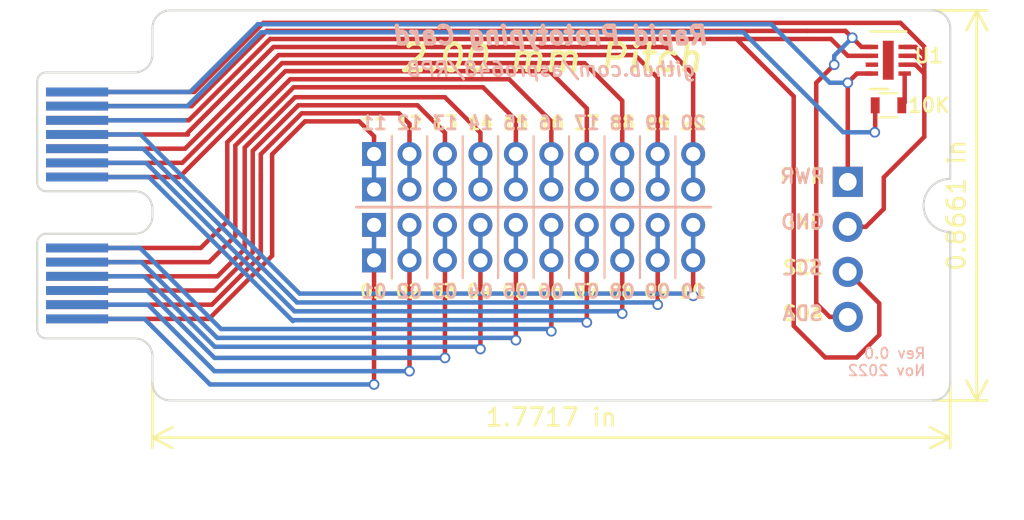
<source format=kicad_pcb>
(kicad_pcb (version 20171130) (host pcbnew "(5.1.10)-1")

  (general
    (thickness 1.6)
    (drawings 18)
    (tracks 216)
    (zones 0)
    (modules 8)
    (nets 27)
  )

  (page A)
  (title_block
    (title "Beetje 32U4 Blok")
    (date 2018-08-10)
    (rev 0.0)
    (company www.MakersBox.us)
    (comment 1 648.ken@gmail.com)
  )

  (layers
    (0 F.Cu signal)
    (31 B.Cu signal)
    (32 B.Adhes user)
    (33 F.Adhes user)
    (34 B.Paste user)
    (35 F.Paste user)
    (36 B.SilkS user)
    (37 F.SilkS user)
    (38 B.Mask user)
    (39 F.Mask user)
    (40 Dwgs.User user)
    (41 Cmts.User user)
    (42 Eco1.User user)
    (43 Eco2.User user)
    (44 Edge.Cuts user)
    (45 Margin user)
    (46 B.CrtYd user hide)
    (47 F.CrtYd user)
    (48 B.Fab user hide)
    (49 F.Fab user)
  )

  (setup
    (last_trace_width 0.254)
    (user_trace_width 0.3048)
    (user_trace_width 0.3556)
    (user_trace_width 0.4064)
    (user_trace_width 0.6096)
    (trace_clearance 0.2)
    (zone_clearance 0.35)
    (zone_45_only no)
    (trace_min 0.2)
    (via_size 0.6)
    (via_drill 0.4)
    (via_min_size 0.4)
    (via_min_drill 0.3)
    (uvia_size 0.3)
    (uvia_drill 0.1)
    (uvias_allowed no)
    (uvia_min_size 0.2)
    (uvia_min_drill 0.1)
    (edge_width 0.15)
    (segment_width 0.2)
    (pcb_text_width 0.3)
    (pcb_text_size 1.5 1.5)
    (mod_edge_width 0.15)
    (mod_text_size 1 1)
    (mod_text_width 0.15)
    (pad_size 0.5 3.500001)
    (pad_drill 0)
    (pad_to_mask_clearance 0)
    (aux_axis_origin 0 0)
    (visible_elements 7FFFFFFF)
    (pcbplotparams
      (layerselection 0x010f0_80000001)
      (usegerberextensions false)
      (usegerberattributes true)
      (usegerberadvancedattributes true)
      (creategerberjobfile true)
      (excludeedgelayer true)
      (linewidth 0.100000)
      (plotframeref false)
      (viasonmask false)
      (mode 1)
      (useauxorigin false)
      (hpglpennumber 1)
      (hpglpenspeed 20)
      (hpglpendiameter 15.000000)
      (psnegative false)
      (psa4output false)
      (plotreference true)
      (plotvalue true)
      (plotinvisibletext false)
      (padsonsilk false)
      (subtractmaskfromsilk false)
      (outputformat 1)
      (mirror false)
      (drillshape 0)
      (scaleselection 1)
      (outputdirectory "gerbers/"))
  )

  (net 0 "")
  (net 1 /10)
  (net 2 /01)
  (net 3 /02)
  (net 4 /04)
  (net 5 /05)
  (net 6 /06)
  (net 7 /07)
  (net 8 /08)
  (net 9 /09)
  (net 10 /11)
  (net 11 /12)
  (net 12 /13)
  (net 13 /14)
  (net 14 /15)
  (net 15 /16)
  (net 16 /17)
  (net 17 /18)
  (net 18 /19)
  (net 19 /20)
  (net 20 /03)
  (net 21 /D2_SDA)
  (net 22 GND)
  (net 23 /D3_SCL)
  (net 24 +5V)
  (net 25 "Net-(R1-Pad1)")
  (net 26 /A)

  (net_class Default "This is the default net class."
    (clearance 0.2)
    (trace_width 0.254)
    (via_dia 0.6)
    (via_drill 0.4)
    (uvia_dia 0.3)
    (uvia_drill 0.1)
    (add_net +5V)
    (add_net /01)
    (add_net /02)
    (add_net /03)
    (add_net /04)
    (add_net /05)
    (add_net /06)
    (add_net /07)
    (add_net /08)
    (add_net /09)
    (add_net /10)
    (add_net /11)
    (add_net /12)
    (add_net /13)
    (add_net /14)
    (add_net /15)
    (add_net /16)
    (add_net /17)
    (add_net /18)
    (add_net /19)
    (add_net /20)
    (add_net /A)
    (add_net /D2_SDA)
    (add_net /D3_SCL)
    (add_net GND)
    (add_net "Net-(R1-Pad1)")
  )

  (module footprints:PinHeader_1x10_P2.00mm_Vertical (layer F.Cu) (tedit 63819D6C) (tstamp 6381A562)
    (at 19 -7 90)
    (descr "Through hole straight pin header, 1x10, 2.00mm pitch, single row")
    (tags "Through hole pin header THT 1x10 2.00mm single row")
    (path /63828BB9)
    (fp_text reference J2 (at 0 -2.06 90) (layer F.SilkS) hide
      (effects (font (size 1 1) (thickness 0.15)))
    )
    (fp_text value Conn_01x10 (at 0 20.06 90) (layer F.Fab)
      (effects (font (size 1 1) (thickness 0.15)))
    )
    (fp_line (start -1 1) (end 1 1) (layer B.SilkS) (width 0.12))
    (fp_line (start -1 3) (end 1 3) (layer B.SilkS) (width 0.12))
    (fp_line (start -1 5) (end 1 5) (layer B.SilkS) (width 0.12))
    (fp_line (start -1 7) (end 1 7) (layer B.SilkS) (width 0.12))
    (fp_line (start -1 9) (end 1 9) (layer B.SilkS) (width 0.12))
    (fp_line (start -1 11) (end 1 11) (layer B.SilkS) (width 0.12))
    (fp_line (start -1 13) (end 1 13) (layer B.SilkS) (width 0.12))
    (fp_line (start -1 15) (end 1 15) (layer B.SilkS) (width 0.12))
    (fp_line (start -1 17) (end 1 17) (layer B.SilkS) (width 0.12))
    (fp_line (start -1 17) (end 1 17) (layer F.SilkS) (width 0.12))
    (fp_line (start -1 15) (end 1 15) (layer F.SilkS) (width 0.12))
    (fp_line (start -1 13) (end 1 13) (layer F.SilkS) (width 0.12))
    (fp_line (start -1 11) (end 1 11) (layer F.SilkS) (width 0.12))
    (fp_line (start -1 9) (end 1 9) (layer F.SilkS) (width 0.12))
    (fp_line (start -1 7) (end 1 7) (layer F.SilkS) (width 0.12))
    (fp_line (start -1 5) (end 1 5) (layer F.SilkS) (width 0.12))
    (fp_line (start -1 3) (end 1 3) (layer F.SilkS) (width 0.12))
    (fp_line (start -0.5 -1) (end 1 -1) (layer F.Fab) (width 0.1))
    (fp_line (start 1 -1) (end 1 19) (layer F.Fab) (width 0.1))
    (fp_line (start 1 19) (end -1 19) (layer F.Fab) (width 0.1))
    (fp_line (start -1 19) (end -1 -0.5) (layer F.Fab) (width 0.1))
    (fp_line (start -1 -0.5) (end -0.5 -1) (layer F.Fab) (width 0.1))
    (fp_line (start -1.06 1) (end 1.06 1) (layer F.SilkS) (width 0.12))
    (fp_line (start -1.5 -1.5) (end -1.5 19.5) (layer F.CrtYd) (width 0.05))
    (fp_line (start -1.5 19.5) (end 1.5 19.5) (layer F.CrtYd) (width 0.05))
    (fp_line (start 1.5 19.5) (end 1.5 -1.5) (layer F.CrtYd) (width 0.05))
    (fp_line (start 1.5 -1.5) (end -1.5 -1.5) (layer F.CrtYd) (width 0.05))
    (fp_text user %R (at 0 9 180) (layer F.Fab)
      (effects (font (size 1 1) (thickness 0.15)))
    )
    (pad 1 thru_hole rect (at 0 0 90) (size 1.35 1.35) (drill 0.8) (layers *.Cu *.Mask)
      (net 2 /01))
    (pad 2 thru_hole oval (at 0 2 90) (size 1.35 1.35) (drill 0.8) (layers *.Cu *.Mask)
      (net 3 /02))
    (pad 3 thru_hole oval (at 0 4 90) (size 1.35 1.35) (drill 0.8) (layers *.Cu *.Mask)
      (net 20 /03))
    (pad 4 thru_hole oval (at 0 6 90) (size 1.35 1.35) (drill 0.8) (layers *.Cu *.Mask)
      (net 4 /04))
    (pad 5 thru_hole oval (at 0 8 90) (size 1.35 1.35) (drill 0.8) (layers *.Cu *.Mask)
      (net 5 /05))
    (pad 6 thru_hole oval (at 0 10 90) (size 1.35 1.35) (drill 0.8) (layers *.Cu *.Mask)
      (net 6 /06))
    (pad 7 thru_hole oval (at 0 12 90) (size 1.35 1.35) (drill 0.8) (layers *.Cu *.Mask)
      (net 7 /07))
    (pad 8 thru_hole oval (at 0 14 90) (size 1.35 1.35) (drill 0.8) (layers *.Cu *.Mask)
      (net 8 /08))
    (pad 9 thru_hole oval (at 0 16 90) (size 1.35 1.35) (drill 0.8) (layers *.Cu *.Mask)
      (net 9 /09))
    (pad 10 thru_hole oval (at 0 18 90) (size 1.35 1.35) (drill 0.8) (layers *.Cu *.Mask)
      (net 1 /10))
    (model ${KISYS3DMOD}/Connector_PinHeader_2.00mm.3dshapes/PinHeader_1x10_P2.00mm_Vertical.wrl
      (at (xyz 0 0 0))
      (scale (xyz 1 1 1))
      (rotate (xyz 0 0 0))
    )
  )

  (module footprints:PinHeader_1x10_P2.00mm_Vertical (layer F.Cu) (tedit 63819D6C) (tstamp 6381A582)
    (at 19 -11 90)
    (descr "Through hole straight pin header, 1x10, 2.00mm pitch, single row")
    (tags "Through hole pin header THT 1x10 2.00mm single row")
    (path /6382AC72)
    (fp_text reference J3 (at 0 -2.06 90) (layer F.SilkS) hide
      (effects (font (size 1 1) (thickness 0.15)))
    )
    (fp_text value Conn_01x10 (at 0 20.06 90) (layer F.Fab)
      (effects (font (size 1 1) (thickness 0.15)))
    )
    (fp_line (start -1 1) (end 1 1) (layer B.SilkS) (width 0.12))
    (fp_line (start -1 3) (end 1 3) (layer B.SilkS) (width 0.12))
    (fp_line (start -1 5) (end 1 5) (layer B.SilkS) (width 0.12))
    (fp_line (start -1 7) (end 1 7) (layer B.SilkS) (width 0.12))
    (fp_line (start -1 9) (end 1 9) (layer B.SilkS) (width 0.12))
    (fp_line (start -1 11) (end 1 11) (layer B.SilkS) (width 0.12))
    (fp_line (start -1 13) (end 1 13) (layer B.SilkS) (width 0.12))
    (fp_line (start -1 15) (end 1 15) (layer B.SilkS) (width 0.12))
    (fp_line (start -1 17) (end 1 17) (layer B.SilkS) (width 0.12))
    (fp_line (start -1 17) (end 1 17) (layer F.SilkS) (width 0.12))
    (fp_line (start -1 15) (end 1 15) (layer F.SilkS) (width 0.12))
    (fp_line (start -1 13) (end 1 13) (layer F.SilkS) (width 0.12))
    (fp_line (start -1 11) (end 1 11) (layer F.SilkS) (width 0.12))
    (fp_line (start -1 9) (end 1 9) (layer F.SilkS) (width 0.12))
    (fp_line (start -1 7) (end 1 7) (layer F.SilkS) (width 0.12))
    (fp_line (start -1 5) (end 1 5) (layer F.SilkS) (width 0.12))
    (fp_line (start -1 3) (end 1 3) (layer F.SilkS) (width 0.12))
    (fp_line (start -0.5 -1) (end 1 -1) (layer F.Fab) (width 0.1))
    (fp_line (start 1 -1) (end 1 19) (layer F.Fab) (width 0.1))
    (fp_line (start 1 19) (end -1 19) (layer F.Fab) (width 0.1))
    (fp_line (start -1 19) (end -1 -0.5) (layer F.Fab) (width 0.1))
    (fp_line (start -1 -0.5) (end -0.5 -1) (layer F.Fab) (width 0.1))
    (fp_line (start -1.06 1) (end 1.06 1) (layer F.SilkS) (width 0.12))
    (fp_line (start -1.5 -1.5) (end -1.5 19.5) (layer F.CrtYd) (width 0.05))
    (fp_line (start -1.5 19.5) (end 1.5 19.5) (layer F.CrtYd) (width 0.05))
    (fp_line (start 1.5 19.5) (end 1.5 -1.5) (layer F.CrtYd) (width 0.05))
    (fp_line (start 1.5 -1.5) (end -1.5 -1.5) (layer F.CrtYd) (width 0.05))
    (fp_text user %R (at 0 9 180) (layer F.Fab)
      (effects (font (size 1 1) (thickness 0.15)))
    )
    (pad 1 thru_hole rect (at 0 0 90) (size 1.35 1.35) (drill 0.8) (layers *.Cu *.Mask)
      (net 10 /11))
    (pad 2 thru_hole oval (at 0 2 90) (size 1.35 1.35) (drill 0.8) (layers *.Cu *.Mask)
      (net 11 /12))
    (pad 3 thru_hole oval (at 0 4 90) (size 1.35 1.35) (drill 0.8) (layers *.Cu *.Mask)
      (net 12 /13))
    (pad 4 thru_hole oval (at 0 6 90) (size 1.35 1.35) (drill 0.8) (layers *.Cu *.Mask)
      (net 13 /14))
    (pad 5 thru_hole oval (at 0 8 90) (size 1.35 1.35) (drill 0.8) (layers *.Cu *.Mask)
      (net 14 /15))
    (pad 6 thru_hole oval (at 0 10 90) (size 1.35 1.35) (drill 0.8) (layers *.Cu *.Mask)
      (net 15 /16))
    (pad 7 thru_hole oval (at 0 12 90) (size 1.35 1.35) (drill 0.8) (layers *.Cu *.Mask)
      (net 16 /17))
    (pad 8 thru_hole oval (at 0 14 90) (size 1.35 1.35) (drill 0.8) (layers *.Cu *.Mask)
      (net 17 /18))
    (pad 9 thru_hole oval (at 0 16 90) (size 1.35 1.35) (drill 0.8) (layers *.Cu *.Mask)
      (net 18 /19))
    (pad 10 thru_hole oval (at 0 18 90) (size 1.35 1.35) (drill 0.8) (layers *.Cu *.Mask)
      (net 19 /20))
    (model ${KISYS3DMOD}/Connector_PinHeader_2.00mm.3dshapes/PinHeader_1x10_P2.00mm_Vertical.wrl
      (at (xyz 0 0 0))
      (scale (xyz 1 1 1))
      (rotate (xyz 0 0 0))
    )
  )

  (module footprints:PinHeader_1x10_P2.00mm_Vertical (layer F.Cu) (tedit 63819D6C) (tstamp 6381A5A2)
    (at 19 -9 90)
    (descr "Through hole straight pin header, 1x10, 2.00mm pitch, single row")
    (tags "Through hole pin header THT 1x10 2.00mm single row")
    (path /6382A1AF)
    (fp_text reference J4 (at 0 -2.06 90) (layer F.SilkS) hide
      (effects (font (size 1 1) (thickness 0.15)))
    )
    (fp_text value Conn_01x10 (at 0 20.06 90) (layer F.Fab)
      (effects (font (size 1 1) (thickness 0.15)))
    )
    (fp_line (start -1 1) (end 1 1) (layer B.SilkS) (width 0.12))
    (fp_line (start -1 3) (end 1 3) (layer B.SilkS) (width 0.12))
    (fp_line (start -1 5) (end 1 5) (layer B.SilkS) (width 0.12))
    (fp_line (start -1 7) (end 1 7) (layer B.SilkS) (width 0.12))
    (fp_line (start -1 9) (end 1 9) (layer B.SilkS) (width 0.12))
    (fp_line (start -1 11) (end 1 11) (layer B.SilkS) (width 0.12))
    (fp_line (start -1 13) (end 1 13) (layer B.SilkS) (width 0.12))
    (fp_line (start -1 15) (end 1 15) (layer B.SilkS) (width 0.12))
    (fp_line (start -1 17) (end 1 17) (layer B.SilkS) (width 0.12))
    (fp_line (start -1 17) (end 1 17) (layer F.SilkS) (width 0.12))
    (fp_line (start -1 15) (end 1 15) (layer F.SilkS) (width 0.12))
    (fp_line (start -1 13) (end 1 13) (layer F.SilkS) (width 0.12))
    (fp_line (start -1 11) (end 1 11) (layer F.SilkS) (width 0.12))
    (fp_line (start -1 9) (end 1 9) (layer F.SilkS) (width 0.12))
    (fp_line (start -1 7) (end 1 7) (layer F.SilkS) (width 0.12))
    (fp_line (start -1 5) (end 1 5) (layer F.SilkS) (width 0.12))
    (fp_line (start -1 3) (end 1 3) (layer F.SilkS) (width 0.12))
    (fp_line (start -0.5 -1) (end 1 -1) (layer F.Fab) (width 0.1))
    (fp_line (start 1 -1) (end 1 19) (layer F.Fab) (width 0.1))
    (fp_line (start 1 19) (end -1 19) (layer F.Fab) (width 0.1))
    (fp_line (start -1 19) (end -1 -0.5) (layer F.Fab) (width 0.1))
    (fp_line (start -1 -0.5) (end -0.5 -1) (layer F.Fab) (width 0.1))
    (fp_line (start -1.06 1) (end 1.06 1) (layer F.SilkS) (width 0.12))
    (fp_line (start -1.5 -1.5) (end -1.5 19.5) (layer F.CrtYd) (width 0.05))
    (fp_line (start -1.5 19.5) (end 1.5 19.5) (layer F.CrtYd) (width 0.05))
    (fp_line (start 1.5 19.5) (end 1.5 -1.5) (layer F.CrtYd) (width 0.05))
    (fp_line (start 1.5 -1.5) (end -1.5 -1.5) (layer F.CrtYd) (width 0.05))
    (fp_text user %R (at 0 9 180) (layer F.Fab)
      (effects (font (size 1 1) (thickness 0.15)))
    )
    (pad 1 thru_hole rect (at 0 0 90) (size 1.35 1.35) (drill 0.8) (layers *.Cu *.Mask)
      (net 2 /01))
    (pad 2 thru_hole oval (at 0 2 90) (size 1.35 1.35) (drill 0.8) (layers *.Cu *.Mask)
      (net 3 /02))
    (pad 3 thru_hole oval (at 0 4 90) (size 1.35 1.35) (drill 0.8) (layers *.Cu *.Mask)
      (net 20 /03))
    (pad 4 thru_hole oval (at 0 6 90) (size 1.35 1.35) (drill 0.8) (layers *.Cu *.Mask)
      (net 4 /04))
    (pad 5 thru_hole oval (at 0 8 90) (size 1.35 1.35) (drill 0.8) (layers *.Cu *.Mask)
      (net 5 /05))
    (pad 6 thru_hole oval (at 0 10 90) (size 1.35 1.35) (drill 0.8) (layers *.Cu *.Mask)
      (net 6 /06))
    (pad 7 thru_hole oval (at 0 12 90) (size 1.35 1.35) (drill 0.8) (layers *.Cu *.Mask)
      (net 7 /07))
    (pad 8 thru_hole oval (at 0 14 90) (size 1.35 1.35) (drill 0.8) (layers *.Cu *.Mask)
      (net 8 /08))
    (pad 9 thru_hole oval (at 0 16 90) (size 1.35 1.35) (drill 0.8) (layers *.Cu *.Mask)
      (net 9 /09))
    (pad 10 thru_hole oval (at 0 18 90) (size 1.35 1.35) (drill 0.8) (layers *.Cu *.Mask)
      (net 1 /10))
    (model ${KISYS3DMOD}/Connector_PinHeader_2.00mm.3dshapes/PinHeader_1x10_P2.00mm_Vertical.wrl
      (at (xyz 0 0 0))
      (scale (xyz 1 1 1))
      (rotate (xyz 0 0 0))
    )
  )

  (module footprints:PinHeader_1x10_P2.00mm_Vertical (layer F.Cu) (tedit 63819D6C) (tstamp 6381A5C2)
    (at 19 -13 90)
    (descr "Through hole straight pin header, 1x10, 2.00mm pitch, single row")
    (tags "Through hole pin header THT 1x10 2.00mm single row")
    (path /63831BDF)
    (fp_text reference J5 (at 0 -2.06 90) (layer F.SilkS) hide
      (effects (font (size 1 1) (thickness 0.15)))
    )
    (fp_text value Conn_01x10 (at 0 20.06 90) (layer F.Fab)
      (effects (font (size 1 1) (thickness 0.15)))
    )
    (fp_line (start -1 1) (end 1 1) (layer B.SilkS) (width 0.12))
    (fp_line (start -1 3) (end 1 3) (layer B.SilkS) (width 0.12))
    (fp_line (start -1 5) (end 1 5) (layer B.SilkS) (width 0.12))
    (fp_line (start -1 7) (end 1 7) (layer B.SilkS) (width 0.12))
    (fp_line (start -1 9) (end 1 9) (layer B.SilkS) (width 0.12))
    (fp_line (start -1 11) (end 1 11) (layer B.SilkS) (width 0.12))
    (fp_line (start -1 13) (end 1 13) (layer B.SilkS) (width 0.12))
    (fp_line (start -1 15) (end 1 15) (layer B.SilkS) (width 0.12))
    (fp_line (start -1 17) (end 1 17) (layer B.SilkS) (width 0.12))
    (fp_line (start -1 17) (end 1 17) (layer F.SilkS) (width 0.12))
    (fp_line (start -1 15) (end 1 15) (layer F.SilkS) (width 0.12))
    (fp_line (start -1 13) (end 1 13) (layer F.SilkS) (width 0.12))
    (fp_line (start -1 11) (end 1 11) (layer F.SilkS) (width 0.12))
    (fp_line (start -1 9) (end 1 9) (layer F.SilkS) (width 0.12))
    (fp_line (start -1 7) (end 1 7) (layer F.SilkS) (width 0.12))
    (fp_line (start -1 5) (end 1 5) (layer F.SilkS) (width 0.12))
    (fp_line (start -1 3) (end 1 3) (layer F.SilkS) (width 0.12))
    (fp_line (start -0.5 -1) (end 1 -1) (layer F.Fab) (width 0.1))
    (fp_line (start 1 -1) (end 1 19) (layer F.Fab) (width 0.1))
    (fp_line (start 1 19) (end -1 19) (layer F.Fab) (width 0.1))
    (fp_line (start -1 19) (end -1 -0.5) (layer F.Fab) (width 0.1))
    (fp_line (start -1 -0.5) (end -0.5 -1) (layer F.Fab) (width 0.1))
    (fp_line (start -1.06 1) (end 1.06 1) (layer F.SilkS) (width 0.12))
    (fp_line (start -1.5 -1.5) (end -1.5 19.5) (layer F.CrtYd) (width 0.05))
    (fp_line (start -1.5 19.5) (end 1.5 19.5) (layer F.CrtYd) (width 0.05))
    (fp_line (start 1.5 19.5) (end 1.5 -1.5) (layer F.CrtYd) (width 0.05))
    (fp_line (start 1.5 -1.5) (end -1.5 -1.5) (layer F.CrtYd) (width 0.05))
    (fp_text user %R (at 0 9 180) (layer F.Fab)
      (effects (font (size 1 1) (thickness 0.15)))
    )
    (pad 1 thru_hole rect (at 0 0 90) (size 1.35 1.35) (drill 0.8) (layers *.Cu *.Mask)
      (net 10 /11))
    (pad 2 thru_hole oval (at 0 2 90) (size 1.35 1.35) (drill 0.8) (layers *.Cu *.Mask)
      (net 11 /12))
    (pad 3 thru_hole oval (at 0 4 90) (size 1.35 1.35) (drill 0.8) (layers *.Cu *.Mask)
      (net 12 /13))
    (pad 4 thru_hole oval (at 0 6 90) (size 1.35 1.35) (drill 0.8) (layers *.Cu *.Mask)
      (net 13 /14))
    (pad 5 thru_hole oval (at 0 8 90) (size 1.35 1.35) (drill 0.8) (layers *.Cu *.Mask)
      (net 14 /15))
    (pad 6 thru_hole oval (at 0 10 90) (size 1.35 1.35) (drill 0.8) (layers *.Cu *.Mask)
      (net 15 /16))
    (pad 7 thru_hole oval (at 0 12 90) (size 1.35 1.35) (drill 0.8) (layers *.Cu *.Mask)
      (net 16 /17))
    (pad 8 thru_hole oval (at 0 14 90) (size 1.35 1.35) (drill 0.8) (layers *.Cu *.Mask)
      (net 17 /18))
    (pad 9 thru_hole oval (at 0 16 90) (size 1.35 1.35) (drill 0.8) (layers *.Cu *.Mask)
      (net 18 /19))
    (pad 10 thru_hole oval (at 0 18 90) (size 1.35 1.35) (drill 0.8) (layers *.Cu *.Mask)
      (net 19 /20))
    (model ${KISYS3DMOD}/Connector_PinHeader_2.00mm.3dshapes/PinHeader_1x10_P2.00mm_Vertical.wrl
      (at (xyz 0 0 0))
      (scale (xyz 1 1 1))
      (rotate (xyz 0 0 0))
    )
  )

  (module Connector_PinHeader_2.54mm:PinHeader_1x04_P2.54mm_Vertical (layer F.Cu) (tedit 63801DD5) (tstamp 63801BBF)
    (at 45.72 -11.43)
    (descr "Through hole straight pin header, 1x04, 2.54mm pitch, single row")
    (tags "Through hole pin header THT 1x04 2.54mm single row")
    (path /6387A405)
    (fp_text reference J1 (at 0 -2.33) (layer F.Fab)
      (effects (font (size 1 1) (thickness 0.15)))
    )
    (fp_text value Conn_01x04 (at 0 9.95) (layer F.Fab)
      (effects (font (size 1 1) (thickness 0.15)))
    )
    (fp_line (start -0.635 -1.27) (end 1.27 -1.27) (layer F.Fab) (width 0.1))
    (fp_line (start 1.27 -1.27) (end 1.27 8.89) (layer F.Fab) (width 0.1))
    (fp_line (start 1.27 8.89) (end -1.27 8.89) (layer F.Fab) (width 0.1))
    (fp_line (start -1.27 8.89) (end -1.27 -0.635) (layer F.Fab) (width 0.1))
    (fp_line (start -1.27 -0.635) (end -0.635 -1.27) (layer F.Fab) (width 0.1))
    (fp_line (start -1.8 -1.8) (end -1.8 9.4) (layer F.CrtYd) (width 0.05))
    (fp_line (start -1.8 9.4) (end 1.8 9.4) (layer F.CrtYd) (width 0.05))
    (fp_line (start 1.8 9.4) (end 1.8 -1.8) (layer F.CrtYd) (width 0.05))
    (fp_line (start 1.8 -1.8) (end -1.8 -1.8) (layer F.CrtYd) (width 0.05))
    (fp_text user %R (at 0 3.81 90) (layer F.Fab)
      (effects (font (size 1 1) (thickness 0.15)))
    )
    (pad 1 thru_hole rect (at 0 0) (size 1.7 1.7) (drill 1) (layers *.Cu *.Mask)
      (net 24 +5V))
    (pad 2 thru_hole oval (at 0 2.54) (size 1.7 1.7) (drill 1) (layers *.Cu *.Mask)
      (net 22 GND))
    (pad 3 thru_hole oval (at 0 5.08) (size 1.7 1.7) (drill 1) (layers *.Cu *.Mask)
      (net 23 /D3_SCL))
    (pad 4 thru_hole oval (at 0 7.62) (size 1.7 1.7) (drill 1) (layers *.Cu *.Mask)
      (net 21 /D2_SDA))
    (model ${KISYS3DMOD}/Connector_PinHeader_2.54mm.3dshapes/PinHeader_1x04_P2.54mm_Vertical.wrl
      (at (xyz 0 0 0))
      (scale (xyz 1 1 1))
      (rotate (xyz 0 0 0))
    )
  )

  (module footprints:MEC8-113-CARD_2 locked (layer F.Cu) (tedit 637EA67F) (tstamp 637F23C1)
    (at 0 -0.1 90)
    (path /63771AB0)
    (fp_text reference X0 (at 4.375 -1.25 90) (layer F.Fab)
      (effects (font (size 1 1) (thickness 0.15)))
    )
    (fp_text value "Card Edge" (at 10.9 -1 90) (layer F.Fab)
      (effects (font (size 1 1) (thickness 0.15)))
    )
    (fp_line (start 21 50.5) (end 21 47.5) (layer Edge.Cuts) (width 0.12))
    (fp_line (start 19 51.5) (end 20 51.5) (layer Edge.Cuts) (width 0.12))
    (fp_line (start 0 51.5) (end 1 51.5) (layer Edge.Cuts) (width 0.12))
    (fp_line (start -1 50.5) (end -1 47.5) (layer Edge.Cuts) (width 0.12))
    (fp_line (start 19 6.5) (end 20 6.5) (layer Edge.Cuts) (width 0.12))
    (fp_line (start 0 6.5) (end 1 6.5) (layer Edge.Cuts) (width 0.12))
    (fp_line (start 17 0) (end 11.3 0) (layer Edge.Cuts) (width 0.12))
    (fp_line (start 3 0) (end 7.9 0) (layer Edge.Cuts) (width 0.12))
    (fp_line (start 9.4 6.5) (end 9.8 6.5) (layer Edge.Cuts) (width 0.12))
    (fp_line (start 10.8 5.5) (end 10.8 0.5) (layer Edge.Cuts) (width 0.12))
    (fp_line (start 8.4 0.5) (end 8.4 5.5) (layer Edge.Cuts) (width 0.12))
    (fp_line (start 2.5 0.5) (end 2.5 5.5) (layer Edge.Cuts) (width 0.12))
    (fp_line (start 17.5 0.5) (end 17.5 5.5) (layer Edge.Cuts) (width 0.12))
    (fp_line (start 18.5 6.5) (end 19 6.5) (layer Edge.Cuts) (width 0.12))
    (fp_line (start 1 6.5) (end 1.5 6.5) (layer Edge.Cuts) (width 0.12))
    (fp_line (start 10 11.5) (end 10 48.5) (layer Dwgs.User) (width 0.12))
    (fp_line (start 8.5 51.5) (end 1 51.5) (layer Edge.Cuts) (width 0.12))
    (fp_line (start 11.5 51.5) (end 19 51.5) (layer Edge.Cuts) (width 0.12))
    (fp_line (start 21 7.5) (end 21 47.5) (layer Edge.Cuts) (width 0.12))
    (fp_line (start -1 47.5) (end -1 7.5) (layer Edge.Cuts) (width 0.12))
    (fp_arc (start 10 51.5) (end 11.5 51.5) (angle -180) (layer Edge.Cuts) (width 0.12))
    (fp_arc (start 20 50.5) (end 20 51.5) (angle -90) (layer Edge.Cuts) (width 0.12))
    (fp_arc (start 0 50.5) (end -1 50.5) (angle -90) (layer Edge.Cuts) (width 0.12))
    (fp_arc (start 0 7.5) (end 0 6.5) (angle -90) (layer Edge.Cuts) (width 0.12))
    (fp_arc (start 20 7.5) (end 21 7.5) (angle -90) (layer Edge.Cuts) (width 0.12))
    (fp_arc (start 18.5 5.5) (end 17.5 5.5) (angle -90) (layer Edge.Cuts) (width 0.12))
    (fp_arc (start 1.5 5.5) (end 1.5 6.5) (angle -90) (layer Edge.Cuts) (width 0.12))
    (fp_arc (start 9.4 5.5) (end 8.4 5.5) (angle -90) (layer Edge.Cuts) (width 0.12))
    (fp_arc (start 9.8 5.5) (end 9.8 6.5) (angle -90) (layer Edge.Cuts) (width 0.12))
    (fp_arc (start 7.9 0.5) (end 8.4 0.5) (angle -90) (layer Edge.Cuts) (width 0.12))
    (fp_arc (start 11.3 0.5) (end 11.3 0) (angle -90) (layer Edge.Cuts) (width 0.12))
    (fp_arc (start 17 0.5) (end 17.5 0.5) (angle -90) (layer Edge.Cuts) (width 0.12))
    (fp_arc (start 3 0.5) (end 3 0) (angle -90) (layer Edge.Cuts) (width 0.12))
    (fp_arc (start 10 51.5) (end 13.5 51.5) (angle -180) (layer Dwgs.User) (width 0.12))
    (pad 14 smd rect (at 3.6 2.25 90) (size 0.5 3.5) (layers F.Cu F.Paste F.Mask)
      (net 10 /11))
    (pad 1 smd rect (at 3.6 2.25 90) (size 0.5 3.5) (layers B.Cu B.Paste B.Mask)
      (net 2 /01))
    (pad 15 smd rect (at 4.4 2.25 90) (size 0.5 3.5) (layers F.Cu F.Paste F.Mask)
      (net 11 /12))
    (pad 2 smd rect (at 4.4 2.25 90) (size 0.5 3.5) (layers B.Cu B.Paste B.Mask)
      (net 3 /02))
    (pad 16 smd rect (at 5.2 2.25 90) (size 0.5 3.5) (layers F.Cu F.Paste F.Mask)
      (net 12 /13))
    (pad 3 smd rect (at 5.2 2.25 90) (size 0.5 3.5) (layers B.Cu B.Paste B.Mask)
      (net 20 /03))
    (pad 17 smd rect (at 6 2.25 90) (size 0.5 3.5) (layers F.Cu F.Paste F.Mask)
      (net 13 /14))
    (pad 4 smd rect (at 6 2.25 90) (size 0.5 3.5) (layers B.Cu B.Paste B.Mask)
      (net 4 /04))
    (pad 18 smd rect (at 6.8 2.25 90) (size 0.5 3.5) (layers F.Cu F.Paste F.Mask)
      (net 14 /15))
    (pad 5 smd rect (at 6.8 2.25 90) (size 0.5 3.5) (layers B.Cu B.Paste B.Mask)
      (net 5 /05))
    (pad 19 smd rect (at 7.6 2.25 90) (size 0.5 3.5) (layers F.Cu F.Paste F.Mask)
      (net 15 /16))
    (pad 6 smd rect (at 7.6 2.25 90) (size 0.5 3.5) (layers B.Cu B.Paste B.Mask)
      (net 6 /06))
    (pad 20 smd rect (at 11.6 2.25 90) (size 0.5 3.5) (layers F.Cu F.Paste F.Mask)
      (net 16 /17))
    (pad 7 smd rect (at 11.6 2.25 90) (size 0.5 3.5) (layers B.Cu B.Paste B.Mask)
      (net 7 /07))
    (pad 21 smd rect (at 12.4 2.25 90) (size 0.5 3.5) (layers F.Cu F.Paste F.Mask)
      (net 17 /18))
    (pad 8 smd rect (at 12.4 2.25 90) (size 0.5 3.5) (layers B.Cu B.Paste B.Mask)
      (net 8 /08))
    (pad 22 smd rect (at 13.2 2.25 90) (size 0.5 3.5) (layers F.Cu F.Paste F.Mask)
      (net 18 /19))
    (pad 9 smd rect (at 13.2 2.25 90) (size 0.5 3.5) (layers B.Cu B.Paste B.Mask)
      (net 9 /09))
    (pad 23 smd rect (at 14 2.25 90) (size 0.5 3.5) (layers F.Cu F.Paste F.Mask)
      (net 19 /20))
    (pad 10 smd rect (at 14 2.25 90) (size 0.5 3.5) (layers B.Cu B.Paste B.Mask)
      (net 1 /10))
    (pad 24 smd rect (at 14.8 2.25 90) (size 0.5 3.5) (layers F.Cu F.Paste F.Mask)
      (net 23 /D3_SCL))
    (pad 11 smd rect (at 14.8 2.25 90) (size 0.5 3.5) (layers B.Cu B.Paste B.Mask))
    (pad 25 smd rect (at 15.6 2.25 90) (size 0.5 3.5) (layers F.Cu F.Paste F.Mask)
      (net 21 /D2_SDA))
    (pad 12 smd rect (at 15.6 2.25 90) (size 0.5 3.5) (layers B.Cu B.Paste B.Mask)
      (net 26 /A))
    (pad 26 smd rect (at 16.4 2.25 90) (size 0.5 3.5) (layers F.Cu F.Paste F.Mask)
      (net 22 GND))
    (pad 13 smd rect (at 16.4 2.25 90) (size 0.5 3.5) (layers B.Cu B.Paste B.Mask)
      (net 24 +5V))
  )

  (module footprints:R_0603 (layer F.Cu) (tedit 636E7A48) (tstamp 637F4069)
    (at 48.018 -15.748 180)
    (descr "Resistor SMD 0603, reflow soldering, Vishay (see dcrcw.pdf)")
    (tags "resistor 0603")
    (path /63EABA42)
    (attr smd)
    (fp_text reference R1 (at 1.905 0 180) (layer Dwgs.User)
      (effects (font (size 1 1) (thickness 0.15)))
    )
    (fp_text value 10K (at -2.274 0 180) (layer F.SilkS)
      (effects (font (size 0.8 0.8) (thickness 0.15)))
    )
    (fp_line (start -0.8 0.4) (end -0.8 -0.4) (layer F.Fab) (width 0.1))
    (fp_line (start 0.8 0.4) (end -0.8 0.4) (layer F.Fab) (width 0.1))
    (fp_line (start 0.8 -0.4) (end 0.8 0.4) (layer F.Fab) (width 0.1))
    (fp_line (start -0.8 -0.4) (end 0.8 -0.4) (layer F.Fab) (width 0.1))
    (fp_line (start 0.5 0.68) (end -0.5 0.68) (layer F.SilkS) (width 0.12))
    (fp_line (start -0.5 -0.68) (end 0.5 -0.68) (layer F.SilkS) (width 0.12))
    (fp_line (start -1.25 -0.7) (end 1.25 -0.7) (layer F.CrtYd) (width 0.05))
    (fp_line (start -1.25 -0.7) (end -1.25 0.7) (layer F.CrtYd) (width 0.05))
    (fp_line (start 1.25 0.7) (end 1.25 -0.7) (layer F.CrtYd) (width 0.05))
    (fp_line (start 1.25 0.7) (end -1.25 0.7) (layer F.CrtYd) (width 0.05))
    (fp_text user %R (at 0 0 180) (layer F.Fab)
      (effects (font (size 0.4 0.4) (thickness 0.075)))
    )
    (pad 1 smd rect (at -0.75 0 180) (size 0.5 0.9) (layers F.Cu F.Paste F.Mask)
      (net 25 "Net-(R1-Pad1)"))
    (pad 2 smd rect (at 0.75 0 180) (size 0.5 0.9) (layers F.Cu F.Paste F.Mask)
      (net 26 /A))
    (model ${KISYS3DMOD}/Resistors_SMD.3dshapes/R_0603.wrl
      (at (xyz 0 0 0))
      (scale (xyz 1 1 1))
      (rotate (xyz 0 0 0))
    )
  )

  (module Package_DFN_QFN:DFN-8-1EP_2x3mm_P0.5mm_EP0.61x2.2mm (layer F.Cu) (tedit 5EA4BD52) (tstamp 637F106D)
    (at 48.006 -18.288 180)
    (descr "DDB Package; 8-Lead Plastic DFN (3mm x 2mm) (see Linear Technology DFN_8_05-08-1702.pdf)")
    (tags "DFN 0.5")
    (path /63E7C52F)
    (attr smd)
    (fp_text reference U1 (at -2.286 0.254) (layer F.SilkS)
      (effects (font (size 0.8 0.8) (thickness 0.15)))
    )
    (fp_text value 24LC32 (at 0 2.55) (layer F.Fab)
      (effects (font (size 1 1) (thickness 0.15)))
    )
    (fp_line (start 0 -1.625) (end 1 -1.625) (layer F.SilkS) (width 0.15))
    (fp_line (start -1 1.625) (end 1 1.625) (layer F.SilkS) (width 0.15))
    (fp_line (start -1.55 1.8) (end 1.55 1.8) (layer F.CrtYd) (width 0.05))
    (fp_line (start -1.55 -1.8) (end 1.55 -1.8) (layer F.CrtYd) (width 0.05))
    (fp_line (start 1.55 -1.8) (end 1.55 1.8) (layer F.CrtYd) (width 0.05))
    (fp_line (start -1.55 -1.8) (end -1.55 1.8) (layer F.CrtYd) (width 0.05))
    (fp_line (start -1 -1) (end -0.5 -1.5) (layer F.Fab) (width 0.15))
    (fp_line (start -1 1.5) (end -1 -1) (layer F.Fab) (width 0.15))
    (fp_line (start 1 1.5) (end -1 1.5) (layer F.Fab) (width 0.15))
    (fp_line (start 1 -1.5) (end 1 1.5) (layer F.Fab) (width 0.15))
    (fp_line (start -0.5 -1.5) (end 1 -1.5) (layer F.Fab) (width 0.15))
    (fp_text user %R (at 0 0 90) (layer F.Fab)
      (effects (font (size 0.5 0.5) (thickness 0.075)))
    )
    (pad 1 smd rect (at -0.925 -0.75 180) (size 0.7 0.25) (layers F.Cu F.Paste F.Mask)
      (net 25 "Net-(R1-Pad1)"))
    (pad 2 smd rect (at -0.925 -0.25 180) (size 0.7 0.25) (layers F.Cu F.Paste F.Mask)
      (net 22 GND))
    (pad 3 smd rect (at -0.925 0.25 180) (size 0.7 0.25) (layers F.Cu F.Paste F.Mask)
      (net 22 GND))
    (pad 4 smd rect (at -0.925 0.75 180) (size 0.7 0.25) (layers F.Cu F.Paste F.Mask)
      (net 22 GND))
    (pad 5 smd rect (at 0.925 0.75 180) (size 0.7 0.25) (layers F.Cu F.Paste F.Mask)
      (net 21 /D2_SDA))
    (pad 6 smd rect (at 0.925 0.25 180) (size 0.7 0.25) (layers F.Cu F.Paste F.Mask)
      (net 23 /D3_SCL))
    (pad 7 smd rect (at 0.925 -0.25 180) (size 0.7 0.25) (layers F.Cu F.Paste F.Mask))
    (pad 8 smd rect (at 0.925 -0.75 180) (size 0.7 0.25) (layers F.Cu F.Paste F.Mask)
      (net 24 +5V))
    (pad 9 smd rect (at 0 0 180) (size 0.61 2.2) (layers F.Cu F.Mask))
    (pad "" smd rect (at 0 -0.734 180) (size 0.5 0.59) (layers F.Paste))
    (pad "" smd rect (at 0 0 180) (size 0.5 0.59) (layers F.Paste))
    (pad "" smd rect (at 0 0.734 180) (size 0.5 0.59) (layers F.Paste))
    (model ${KISYS3DMOD}/Package_DFN_QFN.3dshapes/DFN-8-1EP_2x3mm_P0.5mm_EP0.61x2.2mm.wrl
      (at (xyz 0 0 0))
      (scale (xyz 1 1 1))
      (rotate (xyz 0 0 0))
    )
  )

  (gr_line (start 18 -10) (end 38 -10) (layer F.SilkS) (width 0.15))
  (gr_line (start 18 -10) (end 38 -10) (layer B.SilkS) (width 0.15))
  (gr_text "PWR\n\nGND\n\nSCL\n\nSDA" (at 43.18 -7.874) (layer B.SilkS) (tstamp 6380232D)
    (effects (font (size 0.8 0.8) (thickness 0.15)) (justify mirror))
  )
  (gr_text "PWR\n\nGND\n\nSCL\n\nSDA" (at 43.18 -7.874) (layer F.SilkS)
    (effects (font (size 0.8 0.8) (thickness 0.15)))
  )
  (dimension 38 (width 0.15) (layer Dwgs.User)
    (gr_text "38.000 mm" (at 27 4.3) (layer Dwgs.User)
      (effects (font (size 1 1) (thickness 0.15)))
    )
    (feature1 (pts (xy 46 1) (xy 46 3.586421)))
    (feature2 (pts (xy 8 1) (xy 8 3.586421)))
    (crossbar (pts (xy 8 3) (xy 46 3)))
    (arrow1a (pts (xy 46 3) (xy 44.873496 3.586421)))
    (arrow1b (pts (xy 46 3) (xy 44.873496 2.413579)))
    (arrow2a (pts (xy 8 3) (xy 9.126504 3.586421)))
    (arrow2b (pts (xy 8 3) (xy 9.126504 2.413579)))
  )
  (gr_text "20 19 18 17 16 15 14 13 12 11" (at 28 -14.75) (layer B.SilkS)
    (effects (font (size 0.75 0.75) (thickness 0.15)) (justify mirror))
  )
  (gr_text "10 09 08 07 06 05 04 03 02 01" (at 28 -5.25) (layer B.SilkS)
    (effects (font (size 0.75 0.75) (thickness 0.15)) (justify mirror))
  )
  (gr_text "01 02 03 04 05 06 07 08 09 10" (at 27.94 -5.25) (layer F.SilkS)
    (effects (font (size 0.75 0.75) (thickness 0.15)))
  )
  (gr_text "11 12 13 14 15 16 17 18 19 20" (at 28 -14.75) (layer F.SilkS)
    (effects (font (size 0.75 0.75) (thickness 0.15)))
  )
  (gr_line (start 29 -20) (end 29 0) (layer Dwgs.User) (width 0.15))
  (dimension 22.500222 (width 0.15) (layer Dwgs.User)
    (gr_text "22.500 mm" (at 17.713112 8.249848 359.7453538) (layer Dwgs.User)
      (effects (font (size 1 1) (thickness 0.15)))
    )
    (feature1 (pts (xy 29 0) (xy 28.966283 7.586276)))
    (feature2 (pts (xy 6.5 -0.1) (xy 6.466283 7.486276)))
    (crossbar (pts (xy 6.46889 6.899861) (xy 28.96889 6.999861)))
    (arrow1a (pts (xy 28.96889 6.999861) (xy 27.839791 7.581269)))
    (arrow1b (pts (xy 28.96889 6.999861) (xy 27.845004 6.408439)))
    (arrow2a (pts (xy 6.46889 6.899861) (xy 7.592776 7.491283)))
    (arrow2b (pts (xy 6.46889 6.899861) (xy 7.597989 6.318453)))
  )
  (dimension 22 (width 0.15) (layer F.SilkS)
    (gr_text "22.000 mm" (at 54.3 -10.1 90) (layer F.SilkS)
      (effects (font (size 1 1) (thickness 0.15)))
    )
    (feature1 (pts (xy 50.5 -21.1) (xy 53.586421 -21.1)))
    (feature2 (pts (xy 50.5 0.9) (xy 53.586421 0.9)))
    (crossbar (pts (xy 53 0.9) (xy 53 -21.1)))
    (arrow1a (pts (xy 53 -21.1) (xy 53.586421 -19.973496)))
    (arrow1b (pts (xy 53 -21.1) (xy 52.413579 -19.973496)))
    (arrow2a (pts (xy 53 0.9) (xy 53.586421 -0.226504)))
    (arrow2b (pts (xy 53 0.9) (xy 52.413579 -0.226504)))
  )
  (dimension 45 (width 0.15) (layer F.SilkS)
    (gr_text "45.000 mm" (at 29 4.3) (layer F.SilkS)
      (effects (font (size 1 1) (thickness 0.15)))
    )
    (feature1 (pts (xy 51.5 -0.1) (xy 51.5 3.586421)))
    (feature2 (pts (xy 6.5 -0.1) (xy 6.5 3.586421)))
    (crossbar (pts (xy 6.5 3) (xy 51.5 3)))
    (arrow1a (pts (xy 51.5 3) (xy 50.373496 3.586421)))
    (arrow1b (pts (xy 51.5 3) (xy 50.373496 2.413579)))
    (arrow2a (pts (xy 6.5 3) (xy 7.626504 3.586421)))
    (arrow2b (pts (xy 6.5 3) (xy 7.626504 2.413579)))
  )
  (gr_text "Rev 0.0\nNov 2022" (at 50.165 -1.27) (layer B.SilkS)
    (effects (font (size 0.6 0.6) (thickness 0.1)) (justify left mirror))
  )
  (gr_text github.com/aspro648/RPB (at 29 -17.78) (layer B.SilkS)
    (effects (font (size 0.8 0.8) (thickness 0.15) italic) (justify mirror))
  )
  (gr_line (start 9.75 -19.5) (end 9.75 -0.5) (layer Dwgs.User) (width 0.1))
  (gr_text "2.00 mm Pitch" (at 29 -18.415) (layer F.SilkS)
    (effects (font (size 1.5 1.5) (thickness 0.25) italic))
  )
  (gr_text "Rapid Prototyping Card" (at 29 -19.685) (layer B.SilkS)
    (effects (font (size 1 1) (thickness 0.25) italic) (justify mirror))
  )

  (segment (start 2.25 -14.9) (end 8.310132 -14.9) (width 0.254) (layer B.Cu) (net 0) (status 10))
  (segment (start 2.25 -14.1) (end 5.826198 -14.1) (width 0.254) (layer B.Cu) (net 1) (status 10))
  (via (at 37 -5) (size 0.6) (drill 0.4) (layers F.Cu B.Cu) (net 1))
  (segment (start 36.872999 -5.127001) (end 37 -5) (width 0.254) (layer B.Cu) (net 1))
  (segment (start 14.799197 -5.127001) (end 36.872999 -5.127001) (width 0.254) (layer B.Cu) (net 1))
  (segment (start 5.826198 -14.1) (end 14.799197 -5.127001) (width 0.254) (layer B.Cu) (net 1))
  (segment (start 37 -5) (end 37 -7) (width 0.254) (layer F.Cu) (net 1) (status 20))
  (segment (start 37 -9) (end 37 -7) (width 0.254) (layer B.Cu) (net 1) (status 30))
  (segment (start 2.25 -3.7) (end 6.05 -3.7) (width 0.254) (layer B.Cu) (net 2) (status 10))
  (via (at 19 0) (size 0.6) (drill 0.4) (layers F.Cu B.Cu) (net 2))
  (segment (start 9.75 0) (end 19 0) (width 0.254) (layer B.Cu) (net 2))
  (segment (start 6.05 -3.7) (end 9.75 0) (width 0.254) (layer B.Cu) (net 2))
  (segment (start 19 0) (end 19 -7) (width 0.254) (layer F.Cu) (net 2) (status 20))
  (segment (start 19 -9) (end 19 -7) (width 0.254) (layer B.Cu) (net 2) (status 30))
  (segment (start 2.25 -4.5) (end 6.25 -4.5) (width 0.254) (layer B.Cu) (net 3) (status 10))
  (via (at 21 -0.75) (size 0.6) (drill 0.4) (layers F.Cu B.Cu) (net 3))
  (segment (start 10 -0.75) (end 21 -0.75) (width 0.254) (layer B.Cu) (net 3))
  (segment (start 6.25 -4.5) (end 10 -0.75) (width 0.254) (layer B.Cu) (net 3))
  (segment (start 21 -0.75) (end 21 -7) (width 0.254) (layer F.Cu) (net 3) (status 20))
  (segment (start 21 -9) (end 21 -7) (width 0.254) (layer B.Cu) (net 3) (status 30))
  (segment (start 2.25 -6.1) (end 6.042066 -6.1) (width 0.254) (layer B.Cu) (net 4) (status 10))
  (via (at 25 -2) (size 0.6) (drill 0.4) (layers F.Cu B.Cu) (net 4))
  (segment (start 24.872999 -2.127001) (end 25 -2) (width 0.254) (layer B.Cu) (net 4))
  (segment (start 10.015065 -2.127001) (end 24.872999 -2.127001) (width 0.254) (layer B.Cu) (net 4))
  (segment (start 6.042066 -6.1) (end 10.015065 -2.127001) (width 0.254) (layer B.Cu) (net 4))
  (segment (start 25 -2) (end 25 -7) (width 0.254) (layer F.Cu) (net 4) (status 20))
  (segment (start 25 -9) (end 25 -7) (width 0.254) (layer B.Cu) (net 4) (status 30))
  (segment (start 2.25 -6.9) (end 5.884132 -6.9) (width 0.254) (layer B.Cu) (net 5) (status 10))
  (via (at 27 -2.5) (size 0.6) (drill 0.4) (layers F.Cu B.Cu) (net 5))
  (segment (start 26.872999 -2.627001) (end 27 -2.5) (width 0.254) (layer B.Cu) (net 5))
  (segment (start 10.157131 -2.627001) (end 26.872999 -2.627001) (width 0.254) (layer B.Cu) (net 5))
  (segment (start 5.884132 -6.9) (end 10.157131 -2.627001) (width 0.254) (layer B.Cu) (net 5))
  (segment (start 27 -2.5) (end 27 -7) (width 0.254) (layer F.Cu) (net 5) (status 20))
  (segment (start 27 -9) (end 27 -7) (width 0.254) (layer B.Cu) (net 5) (status 30))
  (segment (start 2.25 -7.7) (end 5.8 -7.7) (width 0.254) (layer B.Cu) (net 6) (status 10))
  (via (at 29 -3) (size 0.6) (drill 0.4) (layers F.Cu B.Cu) (net 6))
  (segment (start 28.872999 -3.127001) (end 29 -3) (width 0.254) (layer B.Cu) (net 6))
  (segment (start 10.372999 -3.127001) (end 28.872999 -3.127001) (width 0.254) (layer B.Cu) (net 6))
  (segment (start 5.8 -7.7) (end 10.372999 -3.127001) (width 0.254) (layer B.Cu) (net 6))
  (segment (start 29 -3) (end 29 -7) (width 0.254) (layer F.Cu) (net 6) (status 20))
  (segment (start 29 -9) (end 29 -7) (width 0.254) (layer B.Cu) (net 6) (status 30))
  (segment (start 2.25 -11.7) (end 6.3 -11.7) (width 0.254) (layer B.Cu) (net 7) (status 10))
  (segment (start 6.3 -11.7) (end 14.418989 -3.581011) (width 0.254) (layer B.Cu) (net 7))
  (via (at 31 -3.5) (size 0.6) (drill 0.4) (layers F.Cu B.Cu) (net 7))
  (segment (start 30.872999 -3.627001) (end 31 -3.5) (width 0.254) (layer B.Cu) (net 7))
  (segment (start 14.464979 -3.627001) (end 30.872999 -3.627001) (width 0.254) (layer B.Cu) (net 7))
  (segment (start 14.418989 -3.581011) (end 14.464979 -3.627001) (width 0.254) (layer B.Cu) (net 7))
  (segment (start 31 -3.5) (end 31 -7) (width 0.254) (layer F.Cu) (net 7) (status 20))
  (segment (start 31 -9) (end 31 -7) (width 0.254) (layer B.Cu) (net 7) (status 30))
  (segment (start 2.25 -12.5) (end 6.142066 -12.5) (width 0.254) (layer B.Cu) (net 8) (status 10))
  (via (at 33 -4) (size 0.6) (drill 0.4) (layers F.Cu B.Cu) (net 8))
  (segment (start 32.872999 -4.127001) (end 33 -4) (width 0.254) (layer B.Cu) (net 8))
  (segment (start 14.515065 -4.127001) (end 32.872999 -4.127001) (width 0.254) (layer B.Cu) (net 8))
  (segment (start 33 -4) (end 33 -7) (width 0.254) (layer F.Cu) (net 8) (status 20))
  (segment (start 33 -9) (end 33 -7) (width 0.254) (layer B.Cu) (net 8) (status 30))
  (segment (start 6.142066 -12.5) (end 14.515065 -4.127001) (width 0.254) (layer B.Cu) (net 8))
  (segment (start 2.25 -13.3) (end 5.984132 -13.3) (width 0.254) (layer B.Cu) (net 9) (status 10))
  (via (at 35 -4.5) (size 0.6) (drill 0.4) (layers F.Cu B.Cu) (net 9))
  (segment (start 34.872999 -4.627001) (end 35 -4.5) (width 0.254) (layer B.Cu) (net 9))
  (segment (start 14.657131 -4.627001) (end 34.872999 -4.627001) (width 0.254) (layer B.Cu) (net 9))
  (segment (start 5.984132 -13.3) (end 14.657131 -4.627001) (width 0.254) (layer B.Cu) (net 9))
  (segment (start 35 -4.5) (end 35 -7) (width 0.254) (layer F.Cu) (net 9) (status 20))
  (segment (start 35 -9) (end 35 -7) (width 0.254) (layer B.Cu) (net 9) (status 30))
  (segment (start 19 -11) (end 19 -13) (width 0.254) (layer B.Cu) (net 10) (status 30))
  (segment (start 19 -14) (end 19 -13) (width 0.254) (layer F.Cu) (net 10))
  (segment (start 18.16002 -14.83998) (end 19 -14) (width 0.254) (layer F.Cu) (net 10))
  (segment (start 13.25 -12.981868) (end 15.108112 -14.83998) (width 0.254) (layer F.Cu) (net 10))
  (segment (start 13.25 -7.259799) (end 13.25 -12.981868) (width 0.254) (layer F.Cu) (net 10))
  (segment (start 15.108112 -14.83998) (end 18.16002 -14.83998) (width 0.254) (layer F.Cu) (net 10))
  (segment (start 9.690201 -3.7) (end 13.25 -7.259799) (width 0.254) (layer F.Cu) (net 10))
  (segment (start 2.25 -3.7) (end 9.690201 -3.7) (width 0.254) (layer F.Cu) (net 10))
  (segment (start 8.708 -4.5) (end 2.25 -4.5) (width 0.254) (layer F.Cu) (net 11) (status 20))
  (segment (start 9.848134 -4.5) (end 8.708 -4.5) (width 0.254) (layer F.Cu) (net 11))
  (segment (start 21 -13) (end 21 -14.69399) (width 0.254) (layer F.Cu) (net 11) (status 10))
  (segment (start 21 -14.69399) (end 20.4 -15.29399) (width 0.254) (layer F.Cu) (net 11))
  (segment (start 20.4 -15.29399) (end 14.920056 -15.29399) (width 0.254) (layer F.Cu) (net 11))
  (segment (start 12.61201 -12.985944) (end 12.61201 -11.48799) (width 0.254) (layer F.Cu) (net 11))
  (segment (start 14.920056 -15.29399) (end 12.61201 -12.985944) (width 0.254) (layer F.Cu) (net 11))
  (segment (start 12.61201 -11.85001) (end 12.61201 -11.48799) (width 0.254) (layer F.Cu) (net 11))
  (segment (start 21 -11) (end 21 -13) (width 0.254) (layer B.Cu) (net 11) (status 30))
  (segment (start 12.61201 -7.263876) (end 9.848134 -4.5) (width 0.254) (layer F.Cu) (net 11))
  (segment (start 12.61201 -11.48799) (end 12.61201 -7.263876) (width 0.254) (layer F.Cu) (net 11))
  (segment (start 10.006067 -5.3) (end 9.94 -5.3) (width 0.254) (layer F.Cu) (net 12))
  (segment (start 9.94 -5.3) (end 2.25 -5.3) (width 0.254) (layer F.Cu) (net 12) (status 20))
  (segment (start 12.158 -7.451933) (end 10.006067 -5.3) (width 0.254) (layer F.Cu) (net 12))
  (segment (start 12.158 -13.174) (end 12.158 -7.451933) (width 0.254) (layer F.Cu) (net 12))
  (segment (start 14.732 -15.748) (end 12.158 -13.174) (width 0.254) (layer F.Cu) (net 12))
  (segment (start 21.452 -15.748) (end 14.732 -15.748) (width 0.254) (layer F.Cu) (net 12))
  (segment (start 23 -14.2) (end 21.452 -15.748) (width 0.254) (layer F.Cu) (net 12))
  (segment (start 23 -13) (end 23 -14.2) (width 0.254) (layer F.Cu) (net 12) (status 10))
  (segment (start 23 -11) (end 23 -13) (width 0.254) (layer B.Cu) (net 12) (status 30))
  (segment (start 2.25 -6.1) (end 10.164 -6.1) (width 0.254) (layer F.Cu) (net 13) (status 10))
  (segment (start 11.70399 -13.362057) (end 14.543943 -16.20201) (width 0.254) (layer F.Cu) (net 13))
  (segment (start 11.70399 -7.63999) (end 11.70399 -13.362057) (width 0.254) (layer F.Cu) (net 13))
  (segment (start 10.164 -6.1) (end 11.70399 -7.63999) (width 0.254) (layer F.Cu) (net 13))
  (segment (start 25 -13) (end 25 -14.2) (width 0.254) (layer F.Cu) (net 13) (status 10))
  (segment (start 22.99799 -16.20201) (end 22.50201 -16.20201) (width 0.254) (layer F.Cu) (net 13))
  (segment (start 25 -14.2) (end 22.99799 -16.20201) (width 0.254) (layer F.Cu) (net 13))
  (segment (start 22.50201 -16.20201) (end 22.65999 -16.20201) (width 0.254) (layer F.Cu) (net 13))
  (segment (start 14.543943 -16.20201) (end 22.50201 -16.20201) (width 0.254) (layer F.Cu) (net 13))
  (segment (start 25 -11) (end 25 -13) (width 0.254) (layer B.Cu) (net 13) (status 30))
  (segment (start 9.694 -6.9) (end 2.25 -6.9) (width 0.254) (layer F.Cu) (net 14) (status 20))
  (segment (start 11.176 -8.382) (end 9.694 -6.9) (width 0.254) (layer F.Cu) (net 14))
  (segment (start 11.176 -13.476133) (end 11.176 -8.382) (width 0.254) (layer F.Cu) (net 14))
  (segment (start 14.463867 -16.764) (end 11.176 -13.476133) (width 0.254) (layer F.Cu) (net 14))
  (segment (start 25.146 -16.764) (end 14.463867 -16.764) (width 0.254) (layer F.Cu) (net 14))
  (segment (start 27 -14.91) (end 25.146 -16.764) (width 0.254) (layer F.Cu) (net 14))
  (segment (start 27 -13) (end 27 -14.91) (width 0.254) (layer F.Cu) (net 14) (status 10))
  (segment (start 27 -11) (end 27 -13) (width 0.254) (layer B.Cu) (net 14) (status 30))
  (segment (start 10.72199 -13.66419) (end 14.27581 -17.21801) (width 0.254) (layer F.Cu) (net 15))
  (segment (start 10.72199 -9.19799) (end 10.72199 -13.66419) (width 0.254) (layer F.Cu) (net 15))
  (segment (start 9.224 -7.7) (end 10.72199 -9.19799) (width 0.254) (layer F.Cu) (net 15))
  (segment (start 2.25 -7.7) (end 9.224 -7.7) (width 0.254) (layer F.Cu) (net 15) (status 10))
  (segment (start 29 -14.83602) (end 26.61801 -17.21801) (width 0.254) (layer F.Cu) (net 15))
  (segment (start 29 -13) (end 29 -14.83602) (width 0.254) (layer F.Cu) (net 15) (status 10))
  (segment (start 14.27581 -17.21801) (end 26.61801 -17.21801) (width 0.254) (layer F.Cu) (net 15))
  (segment (start 29 -11) (end 29 -13) (width 0.254) (layer B.Cu) (net 15) (status 30))
  (segment (start 31 -13) (end 31 -15.57202) (width 0.254) (layer F.Cu) (net 16) (status 10))
  (segment (start 28.9 -17.67202) (end 13.996086 -17.67202) (width 0.254) (layer F.Cu) (net 16))
  (segment (start 31 -15.57202) (end 28.9 -17.67202) (width 0.254) (layer F.Cu) (net 16))
  (segment (start 8.024066 -11.7) (end 2.25 -11.7) (width 0.254) (layer F.Cu) (net 16) (status 20))
  (segment (start 13.996086 -17.67202) (end 8.024066 -11.7) (width 0.254) (layer F.Cu) (net 16))
  (segment (start 31 -11) (end 31 -13) (width 0.254) (layer B.Cu) (net 16) (status 30))
  (segment (start 8.182 -12.5) (end 13.80803 -18.12603) (width 0.254) (layer F.Cu) (net 17))
  (segment (start 2.25 -12.5) (end 8.182 -12.5) (width 0.254) (layer F.Cu) (net 17) (status 10))
  (segment (start 13.80803 -18.12603) (end 30.87397 -18.12603) (width 0.254) (layer F.Cu) (net 17))
  (segment (start 33 -16) (end 33 -13) (width 0.254) (layer F.Cu) (net 17) (status 20))
  (segment (start 30.87397 -18.12603) (end 33 -16) (width 0.254) (layer F.Cu) (net 17))
  (segment (start 33 -11) (end 33 -13) (width 0.254) (layer B.Cu) (net 17) (status 30))
  (segment (start 8.339933 -13.3) (end 13.619973 -18.58004) (width 0.254) (layer F.Cu) (net 18))
  (segment (start 2.25 -13.3) (end 8.339933 -13.3) (width 0.254) (layer F.Cu) (net 18) (status 10))
  (segment (start 13.619973 -18.58004) (end 33.71996 -18.58004) (width 0.254) (layer F.Cu) (net 18))
  (segment (start 35 -17.3) (end 35 -13) (width 0.254) (layer F.Cu) (net 18) (status 20))
  (segment (start 33.71996 -18.58004) (end 35 -17.3) (width 0.254) (layer F.Cu) (net 18))
  (segment (start 35 -11) (end 35 -13) (width 0.254) (layer B.Cu) (net 18) (status 30))
  (segment (start 8.497867 -14.1) (end 2.25 -14.1) (width 0.254) (layer F.Cu) (net 19) (status 20))
  (segment (start 37 -17.5) (end 35.46595 -19.03405) (width 0.254) (layer F.Cu) (net 19))
  (segment (start 37 -13) (end 37 -17.5) (width 0.254) (layer F.Cu) (net 19) (status 10))
  (segment (start 37 -11) (end 37 -13) (width 0.254) (layer B.Cu) (net 19) (status 30))
  (segment (start 8.497867 -14.205801) (end 8.497867 -14.1) (width 0.254) (layer F.Cu) (net 19))
  (segment (start 13.326116 -19.03405) (end 8.497867 -14.205801) (width 0.254) (layer F.Cu) (net 19))
  (segment (start 35.46595 -19.03405) (end 13.326116 -19.03405) (width 0.254) (layer F.Cu) (net 19))
  (segment (start 2.25 -5.3) (end 6.2 -5.3) (width 0.254) (layer B.Cu) (net 20) (status 10))
  (via (at 23 -1.5) (size 0.6) (drill 0.4) (layers F.Cu B.Cu) (net 20))
  (segment (start 10 -1.5) (end 23 -1.5) (width 0.254) (layer B.Cu) (net 20))
  (segment (start 6.2 -5.3) (end 10 -1.5) (width 0.254) (layer B.Cu) (net 20))
  (segment (start 23 -1.5) (end 23 -7) (width 0.254) (layer F.Cu) (net 20) (status 20))
  (segment (start 23 -9) (end 23 -7) (width 0.254) (layer B.Cu) (net 20) (status 30))
  (segment (start 12.950003 -19.94207) (end 43.423864 -19.94207) (width 0.254) (layer F.Cu) (net 21))
  (segment (start 8.707934 -15.7) (end 12.950003 -19.94207) (width 0.254) (layer F.Cu) (net 21))
  (segment (start 2.25 -15.7) (end 8.707934 -15.7) (width 0.254) (layer F.Cu) (net 21) (status 10))
  (segment (start 47.081 -19.038) (end 46.494 -19.038) (width 0.254) (layer F.Cu) (net 21) (status 10))
  (segment (start 45.58993 -19.94207) (end 43.423864 -19.94207) (width 0.254) (layer F.Cu) (net 21))
  (segment (start 45.974 -19.558) (end 45.58993 -19.94207) (width 0.254) (layer F.Cu) (net 21))
  (segment (start 46.494 -19.038) (end 45.974 -19.558) (width 0.254) (layer F.Cu) (net 21))
  (segment (start 45.72 -3.81) (end 44.704 -3.81) (width 0.254) (layer F.Cu) (net 21) (status 10))
  (segment (start 44.704 -3.81) (end 43.942 -4.572) (width 0.254) (layer F.Cu) (net 21))
  (via (at 44.958 -18.034) (size 0.6) (drill 0.4) (layers F.Cu B.Cu) (net 21))
  (segment (start 43.942 -17.018) (end 44.958 -18.034) (width 0.254) (layer F.Cu) (net 21))
  (segment (start 43.942 -4.572) (end 43.942 -17.018) (width 0.254) (layer F.Cu) (net 21))
  (via (at 45.974 -19.558) (size 0.6) (drill 0.4) (layers F.Cu B.Cu) (net 21))
  (segment (start 44.958 -18.542) (end 45.974 -19.558) (width 0.254) (layer B.Cu) (net 21))
  (segment (start 44.958 -18.034) (end 44.958 -18.542) (width 0.254) (layer B.Cu) (net 21))
  (segment (start 48.69192 -20.39608) (end 50.038 -19.05) (width 0.254) (layer F.Cu) (net 22))
  (segment (start 12.761946 -20.39608) (end 48.69192 -20.39608) (width 0.254) (layer F.Cu) (net 22))
  (segment (start 8.865867 -16.5) (end 12.761946 -20.39608) (width 0.254) (layer F.Cu) (net 22))
  (segment (start 2.25 -16.5) (end 8.865867 -16.5) (width 0.254) (layer F.Cu) (net 22) (status 10))
  (segment (start 49.542 -19.038) (end 50.038 -18.542) (width 0.254) (layer F.Cu) (net 22))
  (segment (start 48.931 -19.038) (end 49.542 -19.038) (width 0.254) (layer F.Cu) (net 22) (status 10))
  (segment (start 50.038 -19.05) (end 50.038 -18.542) (width 0.254) (layer F.Cu) (net 22))
  (segment (start 48.931 -18.538) (end 49.534 -18.538) (width 0.254) (layer F.Cu) (net 22) (status 10))
  (segment (start 49.534 -18.538) (end 50.038 -18.034) (width 0.254) (layer F.Cu) (net 22))
  (segment (start 50.038 -18.542) (end 50.038 -18.034) (width 0.254) (layer F.Cu) (net 22))
  (segment (start 49.535 -18.038) (end 50.038 -17.535) (width 0.254) (layer F.Cu) (net 22))
  (segment (start 48.931 -18.038) (end 49.535 -18.038) (width 0.254) (layer F.Cu) (net 22) (status 10))
  (segment (start 50.038 -17.535) (end 50.038 -17.272) (width 0.254) (layer F.Cu) (net 22))
  (segment (start 50.038 -18.034) (end 50.038 -17.272) (width 0.254) (layer F.Cu) (net 22))
  (segment (start 50.038 -17.272) (end 50.038 -13.97) (width 0.254) (layer F.Cu) (net 22))
  (segment (start 50.038 -13.97) (end 47.752 -11.684) (width 0.254) (layer F.Cu) (net 22))
  (segment (start 47.752 -11.684) (end 47.752 -9.906) (width 0.254) (layer F.Cu) (net 22))
  (segment (start 46.736 -8.89) (end 45.72 -8.89) (width 0.254) (layer F.Cu) (net 22) (status 20))
  (segment (start 47.752 -9.906) (end 46.736 -8.89) (width 0.254) (layer F.Cu) (net 22))
  (segment (start 47.081 -18.538) (end 45.724 -18.538) (width 0.254) (layer F.Cu) (net 23) (status 10))
  (segment (start 44.77394 -19.48806) (end 39.43994 -19.48806) (width 0.254) (layer F.Cu) (net 23))
  (segment (start 45.724 -18.538) (end 44.77394 -19.48806) (width 0.254) (layer F.Cu) (net 23))
  (segment (start 41.402 -17.526) (end 39.43994 -19.48806) (width 0.254) (layer F.Cu) (net 23))
  (segment (start 42.672 -16.256) (end 41.402 -17.526) (width 0.254) (layer F.Cu) (net 23))
  (segment (start 44.45 -1.524) (end 42.672 -3.302) (width 0.254) (layer F.Cu) (net 23))
  (segment (start 42.672 -3.302) (end 42.672 -16.256) (width 0.254) (layer F.Cu) (net 23))
  (segment (start 47.498 -2.794) (end 46.228 -1.524) (width 0.254) (layer F.Cu) (net 23))
  (segment (start 47.498 -4.572) (end 47.498 -2.794) (width 0.254) (layer F.Cu) (net 23))
  (segment (start 46.228 -1.524) (end 44.45 -1.524) (width 0.254) (layer F.Cu) (net 23))
  (segment (start 45.72 -6.35) (end 47.498 -4.572) (width 0.254) (layer F.Cu) (net 23) (status 10))
  (segment (start 8.4 -14.9) (end 2.25 -14.9) (width 0.254) (layer F.Cu) (net 23))
  (segment (start 8.55 -14.9) (end 8.4 -14.9) (width 0.254) (layer F.Cu) (net 23))
  (segment (start 13.13806 -19.48806) (end 8.55 -14.9) (width 0.254) (layer F.Cu) (net 23))
  (segment (start 39.43994 -19.48806) (end 13.13806 -19.48806) (width 0.254) (layer F.Cu) (net 23))
  (via (at 45.72 -17.018) (size 0.6) (drill 0.4) (layers F.Cu B.Cu) (net 24))
  (segment (start 46.24 -17.538) (end 45.72 -17.018) (width 0.254) (layer F.Cu) (net 24))
  (segment (start 47.081 -17.538) (end 46.24 -17.538) (width 0.254) (layer F.Cu) (net 24) (status 10))
  (segment (start 45.72 -11.43) (end 45.72 -17.018) (width 0.254) (layer F.Cu) (net 24) (status 10))
  (segment (start 8.626 -16.5) (end 2.25 -16.5) (width 0.254) (layer B.Cu) (net 24) (status 20))
  (segment (start 12.446 -20.32) (end 8.626 -16.5) (width 0.254) (layer B.Cu) (net 24))
  (segment (start 41.402 -20.32) (end 12.446 -20.32) (width 0.254) (layer B.Cu) (net 24))
  (segment (start 44.704 -17.018) (end 41.402 -20.32) (width 0.254) (layer B.Cu) (net 24))
  (segment (start 45.72 -17.018) (end 44.704 -17.018) (width 0.254) (layer B.Cu) (net 24))
  (segment (start 48.931 -15.911) (end 48.768 -15.748) (width 0.254) (layer F.Cu) (net 25) (status 30))
  (segment (start 48.931 -17.538) (end 48.931 -15.911) (width 0.254) (layer F.Cu) (net 25) (status 30))
  (via (at 47.244 -14.224) (size 0.6) (drill 0.4) (layers F.Cu B.Cu) (net 26))
  (segment (start 47.268 -14.248) (end 47.244 -14.224) (width 0.254) (layer F.Cu) (net 26))
  (segment (start 47.268 -15.748) (end 47.268 -14.248) (width 0.254) (layer F.Cu) (net 26) (status 10))
  (segment (start 12.634056 -19.86599) (end 8.468066 -15.7) (width 0.254) (layer B.Cu) (net 26))
  (segment (start 39.82401 -19.86599) (end 12.634056 -19.86599) (width 0.254) (layer B.Cu) (net 26))
  (segment (start 45.466 -14.224) (end 39.82401 -19.86599) (width 0.254) (layer B.Cu) (net 26))
  (segment (start 8.468066 -15.7) (end 2.25 -15.7) (width 0.254) (layer B.Cu) (net 26) (status 20))
  (segment (start 47.244 -14.224) (end 45.466 -14.224) (width 0.254) (layer B.Cu) (net 26))

)

</source>
